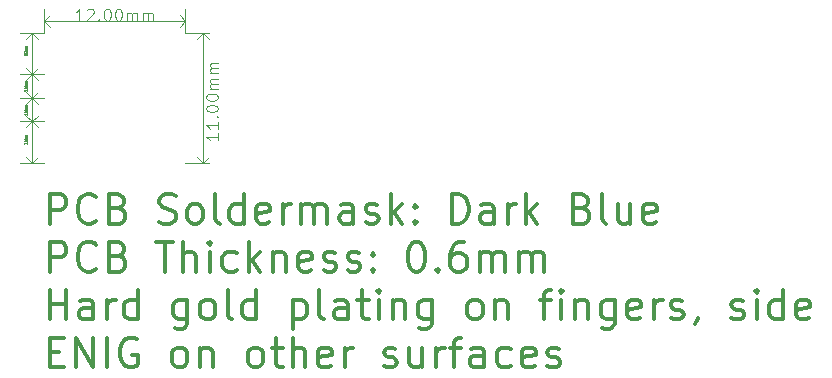
<source format=gbr>
G04 #@! TF.GenerationSoftware,KiCad,Pcbnew,(5.0.1)-3*
G04 #@! TF.CreationDate,2018-12-22T23:36:10+08:00*
G04 #@! TF.ProjectId,tomu-fpga,746F6D752D667067612E6B696361645F,rev?*
G04 #@! TF.SameCoordinates,Original*
G04 #@! TF.FileFunction,Other,Comment*
%FSLAX45Y45*%
G04 Gerber Fmt 4.5, Leading zero omitted, Abs format (unit mm)*
G04 Created by KiCad (PCBNEW (5.0.1)-3) date 12/22/18 23:36:10*
%MOMM*%
%LPD*%
G01*
G04 APERTURE LIST*
%ADD10C,0.300000*%
%ADD11C,0.050000*%
%ADD12C,0.035000*%
%ADD13C,0.037500*%
G04 APERTURE END LIST*
D10*
X1734024Y-3250595D02*
X1734024Y-3000595D01*
X1829262Y-3000595D01*
X1853071Y-3012500D01*
X1864976Y-3024405D01*
X1876881Y-3048214D01*
X1876881Y-3083928D01*
X1864976Y-3107738D01*
X1853071Y-3119643D01*
X1829262Y-3131548D01*
X1734024Y-3131548D01*
X2126881Y-3226786D02*
X2114976Y-3238690D01*
X2079262Y-3250595D01*
X2055452Y-3250595D01*
X2019738Y-3238690D01*
X1995928Y-3214881D01*
X1984024Y-3191071D01*
X1972119Y-3143452D01*
X1972119Y-3107738D01*
X1984024Y-3060119D01*
X1995928Y-3036309D01*
X2019738Y-3012500D01*
X2055452Y-3000595D01*
X2079262Y-3000595D01*
X2114976Y-3012500D01*
X2126881Y-3024405D01*
X2317357Y-3119643D02*
X2353071Y-3131548D01*
X2364976Y-3143452D01*
X2376881Y-3167262D01*
X2376881Y-3202976D01*
X2364976Y-3226786D01*
X2353071Y-3238690D01*
X2329262Y-3250595D01*
X2234024Y-3250595D01*
X2234024Y-3000595D01*
X2317357Y-3000595D01*
X2341167Y-3012500D01*
X2353071Y-3024405D01*
X2364976Y-3048214D01*
X2364976Y-3072024D01*
X2353071Y-3095833D01*
X2341167Y-3107738D01*
X2317357Y-3119643D01*
X2234024Y-3119643D01*
X2662595Y-3238690D02*
X2698310Y-3250595D01*
X2757833Y-3250595D01*
X2781643Y-3238690D01*
X2793548Y-3226786D01*
X2805452Y-3202976D01*
X2805452Y-3179167D01*
X2793548Y-3155357D01*
X2781643Y-3143452D01*
X2757833Y-3131548D01*
X2710214Y-3119643D01*
X2686405Y-3107738D01*
X2674500Y-3095833D01*
X2662595Y-3072024D01*
X2662595Y-3048214D01*
X2674500Y-3024405D01*
X2686405Y-3012500D01*
X2710214Y-3000595D01*
X2769738Y-3000595D01*
X2805452Y-3012500D01*
X2948309Y-3250595D02*
X2924500Y-3238690D01*
X2912595Y-3226786D01*
X2900690Y-3202976D01*
X2900690Y-3131548D01*
X2912595Y-3107738D01*
X2924500Y-3095833D01*
X2948309Y-3083928D01*
X2984024Y-3083928D01*
X3007833Y-3095833D01*
X3019738Y-3107738D01*
X3031643Y-3131548D01*
X3031643Y-3202976D01*
X3019738Y-3226786D01*
X3007833Y-3238690D01*
X2984024Y-3250595D01*
X2948309Y-3250595D01*
X3174500Y-3250595D02*
X3150690Y-3238690D01*
X3138786Y-3214881D01*
X3138786Y-3000595D01*
X3376881Y-3250595D02*
X3376881Y-3000595D01*
X3376881Y-3238690D02*
X3353071Y-3250595D01*
X3305452Y-3250595D01*
X3281643Y-3238690D01*
X3269738Y-3226786D01*
X3257833Y-3202976D01*
X3257833Y-3131548D01*
X3269738Y-3107738D01*
X3281643Y-3095833D01*
X3305452Y-3083928D01*
X3353071Y-3083928D01*
X3376881Y-3095833D01*
X3591167Y-3238690D02*
X3567357Y-3250595D01*
X3519738Y-3250595D01*
X3495928Y-3238690D01*
X3484024Y-3214881D01*
X3484024Y-3119643D01*
X3495928Y-3095833D01*
X3519738Y-3083928D01*
X3567357Y-3083928D01*
X3591167Y-3095833D01*
X3603071Y-3119643D01*
X3603071Y-3143452D01*
X3484024Y-3167262D01*
X3710214Y-3250595D02*
X3710214Y-3083928D01*
X3710214Y-3131548D02*
X3722119Y-3107738D01*
X3734024Y-3095833D01*
X3757833Y-3083928D01*
X3781643Y-3083928D01*
X3864976Y-3250595D02*
X3864976Y-3083928D01*
X3864976Y-3107738D02*
X3876881Y-3095833D01*
X3900690Y-3083928D01*
X3936405Y-3083928D01*
X3960214Y-3095833D01*
X3972119Y-3119643D01*
X3972119Y-3250595D01*
X3972119Y-3119643D02*
X3984024Y-3095833D01*
X4007833Y-3083928D01*
X4043548Y-3083928D01*
X4067357Y-3095833D01*
X4079262Y-3119643D01*
X4079262Y-3250595D01*
X4305452Y-3250595D02*
X4305452Y-3119643D01*
X4293548Y-3095833D01*
X4269738Y-3083928D01*
X4222119Y-3083928D01*
X4198310Y-3095833D01*
X4305452Y-3238690D02*
X4281643Y-3250595D01*
X4222119Y-3250595D01*
X4198310Y-3238690D01*
X4186405Y-3214881D01*
X4186405Y-3191071D01*
X4198310Y-3167262D01*
X4222119Y-3155357D01*
X4281643Y-3155357D01*
X4305452Y-3143452D01*
X4412595Y-3238690D02*
X4436405Y-3250595D01*
X4484024Y-3250595D01*
X4507833Y-3238690D01*
X4519738Y-3214881D01*
X4519738Y-3202976D01*
X4507833Y-3179167D01*
X4484024Y-3167262D01*
X4448310Y-3167262D01*
X4424500Y-3155357D01*
X4412595Y-3131548D01*
X4412595Y-3119643D01*
X4424500Y-3095833D01*
X4448310Y-3083928D01*
X4484024Y-3083928D01*
X4507833Y-3095833D01*
X4626881Y-3250595D02*
X4626881Y-3000595D01*
X4650690Y-3155357D02*
X4722119Y-3250595D01*
X4722119Y-3083928D02*
X4626881Y-3179167D01*
X4829262Y-3226786D02*
X4841167Y-3238690D01*
X4829262Y-3250595D01*
X4817357Y-3238690D01*
X4829262Y-3226786D01*
X4829262Y-3250595D01*
X4829262Y-3095833D02*
X4841167Y-3107738D01*
X4829262Y-3119643D01*
X4817357Y-3107738D01*
X4829262Y-3095833D01*
X4829262Y-3119643D01*
X5138786Y-3250595D02*
X5138786Y-3000595D01*
X5198310Y-3000595D01*
X5234024Y-3012500D01*
X5257833Y-3036309D01*
X5269738Y-3060119D01*
X5281643Y-3107738D01*
X5281643Y-3143452D01*
X5269738Y-3191071D01*
X5257833Y-3214881D01*
X5234024Y-3238690D01*
X5198310Y-3250595D01*
X5138786Y-3250595D01*
X5495929Y-3250595D02*
X5495929Y-3119643D01*
X5484024Y-3095833D01*
X5460214Y-3083928D01*
X5412595Y-3083928D01*
X5388786Y-3095833D01*
X5495929Y-3238690D02*
X5472119Y-3250595D01*
X5412595Y-3250595D01*
X5388786Y-3238690D01*
X5376881Y-3214881D01*
X5376881Y-3191071D01*
X5388786Y-3167262D01*
X5412595Y-3155357D01*
X5472119Y-3155357D01*
X5495929Y-3143452D01*
X5614976Y-3250595D02*
X5614976Y-3083928D01*
X5614976Y-3131548D02*
X5626881Y-3107738D01*
X5638786Y-3095833D01*
X5662595Y-3083928D01*
X5686405Y-3083928D01*
X5769738Y-3250595D02*
X5769738Y-3000595D01*
X5793548Y-3155357D02*
X5864976Y-3250595D01*
X5864976Y-3083928D02*
X5769738Y-3179167D01*
X6245928Y-3119643D02*
X6281643Y-3131548D01*
X6293548Y-3143452D01*
X6305452Y-3167262D01*
X6305452Y-3202976D01*
X6293548Y-3226786D01*
X6281643Y-3238690D01*
X6257833Y-3250595D01*
X6162595Y-3250595D01*
X6162595Y-3000595D01*
X6245928Y-3000595D01*
X6269738Y-3012500D01*
X6281643Y-3024405D01*
X6293548Y-3048214D01*
X6293548Y-3072024D01*
X6281643Y-3095833D01*
X6269738Y-3107738D01*
X6245928Y-3119643D01*
X6162595Y-3119643D01*
X6448309Y-3250595D02*
X6424500Y-3238690D01*
X6412595Y-3214881D01*
X6412595Y-3000595D01*
X6650690Y-3083928D02*
X6650690Y-3250595D01*
X6543548Y-3083928D02*
X6543548Y-3214881D01*
X6555452Y-3238690D01*
X6579262Y-3250595D01*
X6614976Y-3250595D01*
X6638786Y-3238690D01*
X6650690Y-3226786D01*
X6864976Y-3238690D02*
X6841167Y-3250595D01*
X6793548Y-3250595D01*
X6769738Y-3238690D01*
X6757833Y-3214881D01*
X6757833Y-3119643D01*
X6769738Y-3095833D01*
X6793548Y-3083928D01*
X6841167Y-3083928D01*
X6864976Y-3095833D01*
X6876881Y-3119643D01*
X6876881Y-3143452D01*
X6757833Y-3167262D01*
X1734024Y-3655595D02*
X1734024Y-3405595D01*
X1829262Y-3405595D01*
X1853071Y-3417500D01*
X1864976Y-3429405D01*
X1876881Y-3453214D01*
X1876881Y-3488928D01*
X1864976Y-3512738D01*
X1853071Y-3524643D01*
X1829262Y-3536548D01*
X1734024Y-3536548D01*
X2126881Y-3631786D02*
X2114976Y-3643690D01*
X2079262Y-3655595D01*
X2055452Y-3655595D01*
X2019738Y-3643690D01*
X1995928Y-3619881D01*
X1984024Y-3596071D01*
X1972119Y-3548452D01*
X1972119Y-3512738D01*
X1984024Y-3465119D01*
X1995928Y-3441309D01*
X2019738Y-3417500D01*
X2055452Y-3405595D01*
X2079262Y-3405595D01*
X2114976Y-3417500D01*
X2126881Y-3429405D01*
X2317357Y-3524643D02*
X2353071Y-3536548D01*
X2364976Y-3548452D01*
X2376881Y-3572262D01*
X2376881Y-3607976D01*
X2364976Y-3631786D01*
X2353071Y-3643690D01*
X2329262Y-3655595D01*
X2234024Y-3655595D01*
X2234024Y-3405595D01*
X2317357Y-3405595D01*
X2341167Y-3417500D01*
X2353071Y-3429405D01*
X2364976Y-3453214D01*
X2364976Y-3477024D01*
X2353071Y-3500833D01*
X2341167Y-3512738D01*
X2317357Y-3524643D01*
X2234024Y-3524643D01*
X2638786Y-3405595D02*
X2781643Y-3405595D01*
X2710214Y-3655595D02*
X2710214Y-3405595D01*
X2864976Y-3655595D02*
X2864976Y-3405595D01*
X2972119Y-3655595D02*
X2972119Y-3524643D01*
X2960214Y-3500833D01*
X2936405Y-3488928D01*
X2900690Y-3488928D01*
X2876881Y-3500833D01*
X2864976Y-3512738D01*
X3091167Y-3655595D02*
X3091167Y-3488928D01*
X3091167Y-3405595D02*
X3079262Y-3417500D01*
X3091167Y-3429405D01*
X3103071Y-3417500D01*
X3091167Y-3405595D01*
X3091167Y-3429405D01*
X3317357Y-3643690D02*
X3293548Y-3655595D01*
X3245928Y-3655595D01*
X3222119Y-3643690D01*
X3210214Y-3631786D01*
X3198309Y-3607976D01*
X3198309Y-3536548D01*
X3210214Y-3512738D01*
X3222119Y-3500833D01*
X3245928Y-3488928D01*
X3293548Y-3488928D01*
X3317357Y-3500833D01*
X3424500Y-3655595D02*
X3424500Y-3405595D01*
X3448309Y-3560357D02*
X3519738Y-3655595D01*
X3519738Y-3488928D02*
X3424500Y-3584167D01*
X3626881Y-3488928D02*
X3626881Y-3655595D01*
X3626881Y-3512738D02*
X3638786Y-3500833D01*
X3662595Y-3488928D01*
X3698309Y-3488928D01*
X3722119Y-3500833D01*
X3734024Y-3524643D01*
X3734024Y-3655595D01*
X3948309Y-3643690D02*
X3924500Y-3655595D01*
X3876881Y-3655595D01*
X3853071Y-3643690D01*
X3841167Y-3619881D01*
X3841167Y-3524643D01*
X3853071Y-3500833D01*
X3876881Y-3488928D01*
X3924500Y-3488928D01*
X3948309Y-3500833D01*
X3960214Y-3524643D01*
X3960214Y-3548452D01*
X3841167Y-3572262D01*
X4055452Y-3643690D02*
X4079262Y-3655595D01*
X4126881Y-3655595D01*
X4150690Y-3643690D01*
X4162595Y-3619881D01*
X4162595Y-3607976D01*
X4150690Y-3584167D01*
X4126881Y-3572262D01*
X4091167Y-3572262D01*
X4067357Y-3560357D01*
X4055452Y-3536548D01*
X4055452Y-3524643D01*
X4067357Y-3500833D01*
X4091167Y-3488928D01*
X4126881Y-3488928D01*
X4150690Y-3500833D01*
X4257833Y-3643690D02*
X4281643Y-3655595D01*
X4329262Y-3655595D01*
X4353071Y-3643690D01*
X4364976Y-3619881D01*
X4364976Y-3607976D01*
X4353071Y-3584167D01*
X4329262Y-3572262D01*
X4293548Y-3572262D01*
X4269738Y-3560357D01*
X4257833Y-3536548D01*
X4257833Y-3524643D01*
X4269738Y-3500833D01*
X4293548Y-3488928D01*
X4329262Y-3488928D01*
X4353071Y-3500833D01*
X4472119Y-3631786D02*
X4484024Y-3643690D01*
X4472119Y-3655595D01*
X4460214Y-3643690D01*
X4472119Y-3631786D01*
X4472119Y-3655595D01*
X4472119Y-3500833D02*
X4484024Y-3512738D01*
X4472119Y-3524643D01*
X4460214Y-3512738D01*
X4472119Y-3500833D01*
X4472119Y-3524643D01*
X4829262Y-3405595D02*
X4853071Y-3405595D01*
X4876881Y-3417500D01*
X4888786Y-3429405D01*
X4900690Y-3453214D01*
X4912595Y-3500833D01*
X4912595Y-3560357D01*
X4900690Y-3607976D01*
X4888786Y-3631786D01*
X4876881Y-3643690D01*
X4853071Y-3655595D01*
X4829262Y-3655595D01*
X4805452Y-3643690D01*
X4793548Y-3631786D01*
X4781643Y-3607976D01*
X4769738Y-3560357D01*
X4769738Y-3500833D01*
X4781643Y-3453214D01*
X4793548Y-3429405D01*
X4805452Y-3417500D01*
X4829262Y-3405595D01*
X5019738Y-3631786D02*
X5031643Y-3643690D01*
X5019738Y-3655595D01*
X5007833Y-3643690D01*
X5019738Y-3631786D01*
X5019738Y-3655595D01*
X5245929Y-3405595D02*
X5198310Y-3405595D01*
X5174500Y-3417500D01*
X5162595Y-3429405D01*
X5138786Y-3465119D01*
X5126881Y-3512738D01*
X5126881Y-3607976D01*
X5138786Y-3631786D01*
X5150690Y-3643690D01*
X5174500Y-3655595D01*
X5222119Y-3655595D01*
X5245929Y-3643690D01*
X5257833Y-3631786D01*
X5269738Y-3607976D01*
X5269738Y-3548452D01*
X5257833Y-3524643D01*
X5245929Y-3512738D01*
X5222119Y-3500833D01*
X5174500Y-3500833D01*
X5150690Y-3512738D01*
X5138786Y-3524643D01*
X5126881Y-3548452D01*
X5376881Y-3655595D02*
X5376881Y-3488928D01*
X5376881Y-3512738D02*
X5388786Y-3500833D01*
X5412595Y-3488928D01*
X5448310Y-3488928D01*
X5472119Y-3500833D01*
X5484024Y-3524643D01*
X5484024Y-3655595D01*
X5484024Y-3524643D02*
X5495929Y-3500833D01*
X5519738Y-3488928D01*
X5555452Y-3488928D01*
X5579262Y-3500833D01*
X5591167Y-3524643D01*
X5591167Y-3655595D01*
X5710214Y-3655595D02*
X5710214Y-3488928D01*
X5710214Y-3512738D02*
X5722119Y-3500833D01*
X5745928Y-3488928D01*
X5781643Y-3488928D01*
X5805452Y-3500833D01*
X5817357Y-3524643D01*
X5817357Y-3655595D01*
X5817357Y-3524643D02*
X5829262Y-3500833D01*
X5853071Y-3488928D01*
X5888786Y-3488928D01*
X5912595Y-3500833D01*
X5924500Y-3524643D01*
X5924500Y-3655595D01*
X1734024Y-4060595D02*
X1734024Y-3810595D01*
X1734024Y-3929643D02*
X1876881Y-3929643D01*
X1876881Y-4060595D02*
X1876881Y-3810595D01*
X2103071Y-4060595D02*
X2103071Y-3929643D01*
X2091167Y-3905833D01*
X2067357Y-3893928D01*
X2019738Y-3893928D01*
X1995928Y-3905833D01*
X2103071Y-4048690D02*
X2079262Y-4060595D01*
X2019738Y-4060595D01*
X1995928Y-4048690D01*
X1984024Y-4024881D01*
X1984024Y-4001071D01*
X1995928Y-3977262D01*
X2019738Y-3965357D01*
X2079262Y-3965357D01*
X2103071Y-3953452D01*
X2222119Y-4060595D02*
X2222119Y-3893928D01*
X2222119Y-3941548D02*
X2234024Y-3917738D01*
X2245929Y-3905833D01*
X2269738Y-3893928D01*
X2293548Y-3893928D01*
X2484024Y-4060595D02*
X2484024Y-3810595D01*
X2484024Y-4048690D02*
X2460214Y-4060595D01*
X2412595Y-4060595D01*
X2388786Y-4048690D01*
X2376881Y-4036786D01*
X2364976Y-4012976D01*
X2364976Y-3941548D01*
X2376881Y-3917738D01*
X2388786Y-3905833D01*
X2412595Y-3893928D01*
X2460214Y-3893928D01*
X2484024Y-3905833D01*
X2900690Y-3893928D02*
X2900690Y-4096309D01*
X2888786Y-4120119D01*
X2876881Y-4132024D01*
X2853071Y-4143928D01*
X2817357Y-4143928D01*
X2793548Y-4132024D01*
X2900690Y-4048690D02*
X2876881Y-4060595D01*
X2829262Y-4060595D01*
X2805452Y-4048690D01*
X2793548Y-4036786D01*
X2781643Y-4012976D01*
X2781643Y-3941548D01*
X2793548Y-3917738D01*
X2805452Y-3905833D01*
X2829262Y-3893928D01*
X2876881Y-3893928D01*
X2900690Y-3905833D01*
X3055452Y-4060595D02*
X3031643Y-4048690D01*
X3019738Y-4036786D01*
X3007833Y-4012976D01*
X3007833Y-3941548D01*
X3019738Y-3917738D01*
X3031643Y-3905833D01*
X3055452Y-3893928D01*
X3091167Y-3893928D01*
X3114976Y-3905833D01*
X3126881Y-3917738D01*
X3138786Y-3941548D01*
X3138786Y-4012976D01*
X3126881Y-4036786D01*
X3114976Y-4048690D01*
X3091167Y-4060595D01*
X3055452Y-4060595D01*
X3281643Y-4060595D02*
X3257833Y-4048690D01*
X3245928Y-4024881D01*
X3245928Y-3810595D01*
X3484024Y-4060595D02*
X3484024Y-3810595D01*
X3484024Y-4048690D02*
X3460214Y-4060595D01*
X3412595Y-4060595D01*
X3388786Y-4048690D01*
X3376881Y-4036786D01*
X3364976Y-4012976D01*
X3364976Y-3941548D01*
X3376881Y-3917738D01*
X3388786Y-3905833D01*
X3412595Y-3893928D01*
X3460214Y-3893928D01*
X3484024Y-3905833D01*
X3793548Y-3893928D02*
X3793548Y-4143928D01*
X3793548Y-3905833D02*
X3817357Y-3893928D01*
X3864976Y-3893928D01*
X3888786Y-3905833D01*
X3900690Y-3917738D01*
X3912595Y-3941548D01*
X3912595Y-4012976D01*
X3900690Y-4036786D01*
X3888786Y-4048690D01*
X3864976Y-4060595D01*
X3817357Y-4060595D01*
X3793548Y-4048690D01*
X4055452Y-4060595D02*
X4031643Y-4048690D01*
X4019738Y-4024881D01*
X4019738Y-3810595D01*
X4257833Y-4060595D02*
X4257833Y-3929643D01*
X4245929Y-3905833D01*
X4222119Y-3893928D01*
X4174500Y-3893928D01*
X4150690Y-3905833D01*
X4257833Y-4048690D02*
X4234024Y-4060595D01*
X4174500Y-4060595D01*
X4150690Y-4048690D01*
X4138786Y-4024881D01*
X4138786Y-4001071D01*
X4150690Y-3977262D01*
X4174500Y-3965357D01*
X4234024Y-3965357D01*
X4257833Y-3953452D01*
X4341167Y-3893928D02*
X4436405Y-3893928D01*
X4376881Y-3810595D02*
X4376881Y-4024881D01*
X4388786Y-4048690D01*
X4412595Y-4060595D01*
X4436405Y-4060595D01*
X4519738Y-4060595D02*
X4519738Y-3893928D01*
X4519738Y-3810595D02*
X4507833Y-3822500D01*
X4519738Y-3834405D01*
X4531643Y-3822500D01*
X4519738Y-3810595D01*
X4519738Y-3834405D01*
X4638786Y-3893928D02*
X4638786Y-4060595D01*
X4638786Y-3917738D02*
X4650690Y-3905833D01*
X4674500Y-3893928D01*
X4710214Y-3893928D01*
X4734024Y-3905833D01*
X4745929Y-3929643D01*
X4745929Y-4060595D01*
X4972119Y-3893928D02*
X4972119Y-4096309D01*
X4960214Y-4120119D01*
X4948310Y-4132024D01*
X4924500Y-4143928D01*
X4888786Y-4143928D01*
X4864976Y-4132024D01*
X4972119Y-4048690D02*
X4948310Y-4060595D01*
X4900690Y-4060595D01*
X4876881Y-4048690D01*
X4864976Y-4036786D01*
X4853071Y-4012976D01*
X4853071Y-3941548D01*
X4864976Y-3917738D01*
X4876881Y-3905833D01*
X4900690Y-3893928D01*
X4948310Y-3893928D01*
X4972119Y-3905833D01*
X5317357Y-4060595D02*
X5293548Y-4048690D01*
X5281643Y-4036786D01*
X5269738Y-4012976D01*
X5269738Y-3941548D01*
X5281643Y-3917738D01*
X5293548Y-3905833D01*
X5317357Y-3893928D01*
X5353071Y-3893928D01*
X5376881Y-3905833D01*
X5388786Y-3917738D01*
X5400690Y-3941548D01*
X5400690Y-4012976D01*
X5388786Y-4036786D01*
X5376881Y-4048690D01*
X5353071Y-4060595D01*
X5317357Y-4060595D01*
X5507833Y-3893928D02*
X5507833Y-4060595D01*
X5507833Y-3917738D02*
X5519738Y-3905833D01*
X5543548Y-3893928D01*
X5579262Y-3893928D01*
X5603071Y-3905833D01*
X5614976Y-3929643D01*
X5614976Y-4060595D01*
X5888786Y-3893928D02*
X5984024Y-3893928D01*
X5924500Y-4060595D02*
X5924500Y-3846309D01*
X5936405Y-3822500D01*
X5960214Y-3810595D01*
X5984024Y-3810595D01*
X6067357Y-4060595D02*
X6067357Y-3893928D01*
X6067357Y-3810595D02*
X6055452Y-3822500D01*
X6067357Y-3834405D01*
X6079262Y-3822500D01*
X6067357Y-3810595D01*
X6067357Y-3834405D01*
X6186405Y-3893928D02*
X6186405Y-4060595D01*
X6186405Y-3917738D02*
X6198309Y-3905833D01*
X6222119Y-3893928D01*
X6257833Y-3893928D01*
X6281643Y-3905833D01*
X6293548Y-3929643D01*
X6293548Y-4060595D01*
X6519738Y-3893928D02*
X6519738Y-4096309D01*
X6507833Y-4120119D01*
X6495928Y-4132024D01*
X6472119Y-4143928D01*
X6436405Y-4143928D01*
X6412595Y-4132024D01*
X6519738Y-4048690D02*
X6495928Y-4060595D01*
X6448309Y-4060595D01*
X6424500Y-4048690D01*
X6412595Y-4036786D01*
X6400690Y-4012976D01*
X6400690Y-3941548D01*
X6412595Y-3917738D01*
X6424500Y-3905833D01*
X6448309Y-3893928D01*
X6495928Y-3893928D01*
X6519738Y-3905833D01*
X6734024Y-4048690D02*
X6710214Y-4060595D01*
X6662595Y-4060595D01*
X6638786Y-4048690D01*
X6626881Y-4024881D01*
X6626881Y-3929643D01*
X6638786Y-3905833D01*
X6662595Y-3893928D01*
X6710214Y-3893928D01*
X6734024Y-3905833D01*
X6745928Y-3929643D01*
X6745928Y-3953452D01*
X6626881Y-3977262D01*
X6853071Y-4060595D02*
X6853071Y-3893928D01*
X6853071Y-3941548D02*
X6864976Y-3917738D01*
X6876881Y-3905833D01*
X6900690Y-3893928D01*
X6924500Y-3893928D01*
X6995928Y-4048690D02*
X7019738Y-4060595D01*
X7067357Y-4060595D01*
X7091167Y-4048690D01*
X7103071Y-4024881D01*
X7103071Y-4012976D01*
X7091167Y-3989167D01*
X7067357Y-3977262D01*
X7031643Y-3977262D01*
X7007833Y-3965357D01*
X6995928Y-3941548D01*
X6995928Y-3929643D01*
X7007833Y-3905833D01*
X7031643Y-3893928D01*
X7067357Y-3893928D01*
X7091167Y-3905833D01*
X7222119Y-4048690D02*
X7222119Y-4060595D01*
X7210214Y-4084405D01*
X7198309Y-4096309D01*
X7507833Y-4048690D02*
X7531643Y-4060595D01*
X7579262Y-4060595D01*
X7603071Y-4048690D01*
X7614976Y-4024881D01*
X7614976Y-4012976D01*
X7603071Y-3989167D01*
X7579262Y-3977262D01*
X7543548Y-3977262D01*
X7519738Y-3965357D01*
X7507833Y-3941548D01*
X7507833Y-3929643D01*
X7519738Y-3905833D01*
X7543548Y-3893928D01*
X7579262Y-3893928D01*
X7603071Y-3905833D01*
X7722119Y-4060595D02*
X7722119Y-3893928D01*
X7722119Y-3810595D02*
X7710214Y-3822500D01*
X7722119Y-3834405D01*
X7734024Y-3822500D01*
X7722119Y-3810595D01*
X7722119Y-3834405D01*
X7948309Y-4060595D02*
X7948309Y-3810595D01*
X7948309Y-4048690D02*
X7924500Y-4060595D01*
X7876881Y-4060595D01*
X7853071Y-4048690D01*
X7841167Y-4036786D01*
X7829262Y-4012976D01*
X7829262Y-3941548D01*
X7841167Y-3917738D01*
X7853071Y-3905833D01*
X7876881Y-3893928D01*
X7924500Y-3893928D01*
X7948309Y-3905833D01*
X8162595Y-4048690D02*
X8138786Y-4060595D01*
X8091167Y-4060595D01*
X8067357Y-4048690D01*
X8055452Y-4024881D01*
X8055452Y-3929643D01*
X8067357Y-3905833D01*
X8091167Y-3893928D01*
X8138786Y-3893928D01*
X8162595Y-3905833D01*
X8174500Y-3929643D01*
X8174500Y-3953452D01*
X8055452Y-3977262D01*
X1734024Y-4334643D02*
X1817357Y-4334643D01*
X1853071Y-4465595D02*
X1734024Y-4465595D01*
X1734024Y-4215595D01*
X1853071Y-4215595D01*
X1960214Y-4465595D02*
X1960214Y-4215595D01*
X2103071Y-4465595D01*
X2103071Y-4215595D01*
X2222119Y-4465595D02*
X2222119Y-4215595D01*
X2472119Y-4227500D02*
X2448310Y-4215595D01*
X2412595Y-4215595D01*
X2376881Y-4227500D01*
X2353071Y-4251310D01*
X2341167Y-4275119D01*
X2329262Y-4322738D01*
X2329262Y-4358452D01*
X2341167Y-4406071D01*
X2353071Y-4429881D01*
X2376881Y-4453690D01*
X2412595Y-4465595D01*
X2436405Y-4465595D01*
X2472119Y-4453690D01*
X2484024Y-4441786D01*
X2484024Y-4358452D01*
X2436405Y-4358452D01*
X2817357Y-4465595D02*
X2793548Y-4453690D01*
X2781643Y-4441786D01*
X2769738Y-4417976D01*
X2769738Y-4346548D01*
X2781643Y-4322738D01*
X2793548Y-4310833D01*
X2817357Y-4298929D01*
X2853071Y-4298929D01*
X2876881Y-4310833D01*
X2888786Y-4322738D01*
X2900690Y-4346548D01*
X2900690Y-4417976D01*
X2888786Y-4441786D01*
X2876881Y-4453690D01*
X2853071Y-4465595D01*
X2817357Y-4465595D01*
X3007833Y-4298929D02*
X3007833Y-4465595D01*
X3007833Y-4322738D02*
X3019738Y-4310833D01*
X3043548Y-4298929D01*
X3079262Y-4298929D01*
X3103071Y-4310833D01*
X3114976Y-4334643D01*
X3114976Y-4465595D01*
X3460214Y-4465595D02*
X3436405Y-4453690D01*
X3424500Y-4441786D01*
X3412595Y-4417976D01*
X3412595Y-4346548D01*
X3424500Y-4322738D01*
X3436405Y-4310833D01*
X3460214Y-4298929D01*
X3495928Y-4298929D01*
X3519738Y-4310833D01*
X3531643Y-4322738D01*
X3543548Y-4346548D01*
X3543548Y-4417976D01*
X3531643Y-4441786D01*
X3519738Y-4453690D01*
X3495928Y-4465595D01*
X3460214Y-4465595D01*
X3614976Y-4298929D02*
X3710214Y-4298929D01*
X3650690Y-4215595D02*
X3650690Y-4429881D01*
X3662595Y-4453690D01*
X3686405Y-4465595D01*
X3710214Y-4465595D01*
X3793548Y-4465595D02*
X3793548Y-4215595D01*
X3900690Y-4465595D02*
X3900690Y-4334643D01*
X3888786Y-4310833D01*
X3864976Y-4298929D01*
X3829262Y-4298929D01*
X3805452Y-4310833D01*
X3793548Y-4322738D01*
X4114976Y-4453690D02*
X4091167Y-4465595D01*
X4043548Y-4465595D01*
X4019738Y-4453690D01*
X4007833Y-4429881D01*
X4007833Y-4334643D01*
X4019738Y-4310833D01*
X4043548Y-4298929D01*
X4091167Y-4298929D01*
X4114976Y-4310833D01*
X4126881Y-4334643D01*
X4126881Y-4358452D01*
X4007833Y-4382262D01*
X4234024Y-4465595D02*
X4234024Y-4298929D01*
X4234024Y-4346548D02*
X4245929Y-4322738D01*
X4257833Y-4310833D01*
X4281643Y-4298929D01*
X4305452Y-4298929D01*
X4567357Y-4453690D02*
X4591167Y-4465595D01*
X4638786Y-4465595D01*
X4662595Y-4453690D01*
X4674500Y-4429881D01*
X4674500Y-4417976D01*
X4662595Y-4394167D01*
X4638786Y-4382262D01*
X4603071Y-4382262D01*
X4579262Y-4370357D01*
X4567357Y-4346548D01*
X4567357Y-4334643D01*
X4579262Y-4310833D01*
X4603071Y-4298929D01*
X4638786Y-4298929D01*
X4662595Y-4310833D01*
X4888786Y-4298929D02*
X4888786Y-4465595D01*
X4781643Y-4298929D02*
X4781643Y-4429881D01*
X4793548Y-4453690D01*
X4817357Y-4465595D01*
X4853071Y-4465595D01*
X4876881Y-4453690D01*
X4888786Y-4441786D01*
X5007833Y-4465595D02*
X5007833Y-4298929D01*
X5007833Y-4346548D02*
X5019738Y-4322738D01*
X5031643Y-4310833D01*
X5055452Y-4298929D01*
X5079262Y-4298929D01*
X5126881Y-4298929D02*
X5222119Y-4298929D01*
X5162595Y-4465595D02*
X5162595Y-4251310D01*
X5174500Y-4227500D01*
X5198310Y-4215595D01*
X5222119Y-4215595D01*
X5412595Y-4465595D02*
X5412595Y-4334643D01*
X5400690Y-4310833D01*
X5376881Y-4298929D01*
X5329262Y-4298929D01*
X5305452Y-4310833D01*
X5412595Y-4453690D02*
X5388786Y-4465595D01*
X5329262Y-4465595D01*
X5305452Y-4453690D01*
X5293548Y-4429881D01*
X5293548Y-4406071D01*
X5305452Y-4382262D01*
X5329262Y-4370357D01*
X5388786Y-4370357D01*
X5412595Y-4358452D01*
X5638786Y-4453690D02*
X5614976Y-4465595D01*
X5567357Y-4465595D01*
X5543548Y-4453690D01*
X5531643Y-4441786D01*
X5519738Y-4417976D01*
X5519738Y-4346548D01*
X5531643Y-4322738D01*
X5543548Y-4310833D01*
X5567357Y-4298929D01*
X5614976Y-4298929D01*
X5638786Y-4310833D01*
X5841167Y-4453690D02*
X5817357Y-4465595D01*
X5769738Y-4465595D01*
X5745928Y-4453690D01*
X5734024Y-4429881D01*
X5734024Y-4334643D01*
X5745928Y-4310833D01*
X5769738Y-4298929D01*
X5817357Y-4298929D01*
X5841167Y-4310833D01*
X5853071Y-4334643D01*
X5853071Y-4358452D01*
X5734024Y-4382262D01*
X5948309Y-4453690D02*
X5972119Y-4465595D01*
X6019738Y-4465595D01*
X6043548Y-4453690D01*
X6055452Y-4429881D01*
X6055452Y-4417976D01*
X6043548Y-4394167D01*
X6019738Y-4382262D01*
X5984024Y-4382262D01*
X5960214Y-4370357D01*
X5948309Y-4346548D01*
X5948309Y-4334643D01*
X5960214Y-4310833D01*
X5984024Y-4298929D01*
X6019738Y-4298929D01*
X6043548Y-4310833D01*
D11*
G04 #@! TO.C,U9*
X1585000Y-2185000D02*
X1635000Y-2135000D01*
X1585000Y-2185000D02*
X1535000Y-2135000D01*
X1585000Y-1985000D02*
X1585000Y-2185000D01*
X1535000Y-2035000D02*
X1585000Y-1985000D01*
X1585000Y-1985000D02*
X1635000Y-2035000D01*
X1585000Y-1985000D02*
X1535000Y-2035000D01*
X1635000Y-2035000D02*
X1585000Y-1985000D01*
X1585000Y-2385000D02*
X1635000Y-2335000D01*
X1585000Y-2385000D02*
X1535000Y-2335000D01*
X1585000Y-2185000D02*
X1585000Y-2385000D01*
X1685000Y-2185000D02*
X1485000Y-2185000D01*
X1585000Y-2185000D02*
X1635000Y-2235000D01*
X1535000Y-2235000D02*
X1585000Y-2185000D01*
X1585000Y-2185000D02*
X1535000Y-2235000D01*
X1635000Y-2235000D02*
X1585000Y-2185000D01*
X1685000Y-2735000D02*
X1485000Y-2735000D01*
X1685000Y-2385000D02*
X1485000Y-2385000D01*
X1635000Y-2435000D02*
X1585000Y-2385000D01*
X1585000Y-2385000D02*
X1635000Y-2435000D01*
X1535000Y-2435000D02*
X1585000Y-2385000D01*
X1585000Y-2385000D02*
X1535000Y-2435000D01*
X1585000Y-2735000D02*
X1535000Y-2685000D01*
X1585000Y-2385000D02*
X1585000Y-2735000D01*
X1585000Y-2735000D02*
X1635000Y-2685000D01*
X1685000Y-1985000D02*
X1485000Y-1985000D01*
X1685000Y-1635000D02*
X1485000Y-1635000D01*
X1585000Y-1985000D02*
X1535000Y-1935000D01*
X1585000Y-1635000D02*
X1535000Y-1685000D01*
X1635000Y-1685000D02*
X1585000Y-1635000D01*
X1535000Y-1685000D02*
X1585000Y-1635000D01*
X1585000Y-1635000D02*
X1635000Y-1685000D01*
X1585000Y-1635000D02*
X1585000Y-1985000D01*
X1585000Y-1985000D02*
X1635000Y-1935000D01*
X3085000Y-2685000D02*
X3035000Y-2735000D01*
X3035000Y-2735000D02*
X2985000Y-2685000D01*
X2985000Y-2685000D02*
X3035000Y-2735000D01*
X3035000Y-2735000D02*
X3085000Y-2685000D01*
X2885000Y-2735000D02*
X3085000Y-2735000D01*
X3035000Y-1635000D02*
X3085000Y-1685000D01*
X3035000Y-1635000D02*
X2985000Y-1685000D01*
X2885000Y-1635000D02*
X3085000Y-1635000D01*
X3035000Y-2735000D02*
X3035000Y-1635000D01*
X2885000Y-1635000D02*
X2885000Y-1435000D01*
X2885000Y-1535000D02*
X2835000Y-1485000D01*
X2835000Y-1485000D02*
X2885000Y-1535000D01*
X2885000Y-1535000D02*
X2835000Y-1585000D01*
X2835000Y-1585000D02*
X2885000Y-1535000D01*
X2885000Y-1535000D02*
X1685000Y-1535000D01*
X1685000Y-1535000D02*
X1735000Y-1485000D01*
X1685000Y-1535000D02*
X1735000Y-1585000D01*
X1685000Y-1635000D02*
X1685000Y-1435000D01*
G04 #@! TD*
G04 #@! TO.C,U9*
D12*
X1521309Y-1825000D02*
X1521309Y-1816333D01*
X1530833Y-1821000D01*
X1530833Y-1819000D01*
X1532024Y-1817667D01*
X1533214Y-1817000D01*
X1535595Y-1816333D01*
X1541548Y-1816333D01*
X1543928Y-1817000D01*
X1545119Y-1817667D01*
X1546309Y-1819000D01*
X1546309Y-1823000D01*
X1545119Y-1824333D01*
X1543928Y-1825000D01*
X1543928Y-1810333D02*
X1545119Y-1809667D01*
X1546309Y-1810333D01*
X1545119Y-1811000D01*
X1543928Y-1810333D01*
X1546309Y-1810333D01*
X1521309Y-1797000D02*
X1521309Y-1803667D01*
X1533214Y-1804333D01*
X1532024Y-1803667D01*
X1530833Y-1802333D01*
X1530833Y-1799000D01*
X1532024Y-1797667D01*
X1533214Y-1797000D01*
X1535595Y-1796333D01*
X1541548Y-1796333D01*
X1543928Y-1797000D01*
X1545119Y-1797667D01*
X1546309Y-1799000D01*
X1546309Y-1802333D01*
X1545119Y-1803667D01*
X1543928Y-1804333D01*
X1521309Y-1787667D02*
X1521309Y-1786333D01*
X1522500Y-1785000D01*
X1523690Y-1784333D01*
X1526071Y-1783667D01*
X1530833Y-1783000D01*
X1536786Y-1783000D01*
X1541548Y-1783667D01*
X1543928Y-1784333D01*
X1545119Y-1785000D01*
X1546309Y-1786333D01*
X1546309Y-1787667D01*
X1545119Y-1789000D01*
X1543928Y-1789667D01*
X1541548Y-1790333D01*
X1536786Y-1791000D01*
X1530833Y-1791000D01*
X1526071Y-1790333D01*
X1523690Y-1789667D01*
X1522500Y-1789000D01*
X1521309Y-1787667D01*
X1546309Y-1777000D02*
X1529643Y-1777000D01*
X1532024Y-1777000D02*
X1530833Y-1776333D01*
X1529643Y-1775000D01*
X1529643Y-1773000D01*
X1530833Y-1771667D01*
X1533214Y-1771000D01*
X1546309Y-1771000D01*
X1533214Y-1771000D02*
X1530833Y-1770333D01*
X1529643Y-1769000D01*
X1529643Y-1767000D01*
X1530833Y-1765667D01*
X1533214Y-1765000D01*
X1546309Y-1765000D01*
X1546309Y-1758333D02*
X1529643Y-1758333D01*
X1532024Y-1758333D02*
X1530833Y-1757667D01*
X1529643Y-1756333D01*
X1529643Y-1754333D01*
X1530833Y-1753000D01*
X1533214Y-1752333D01*
X1546309Y-1752333D01*
X1533214Y-1752333D02*
X1530833Y-1751667D01*
X1529643Y-1750333D01*
X1529643Y-1748333D01*
X1530833Y-1747000D01*
X1533214Y-1746333D01*
X1546309Y-1746333D01*
D13*
X1523690Y-2127143D02*
X1522500Y-2126429D01*
X1521309Y-2125000D01*
X1521309Y-2121429D01*
X1522500Y-2120000D01*
X1523690Y-2119286D01*
X1526071Y-2118571D01*
X1528452Y-2118571D01*
X1532024Y-2119286D01*
X1546309Y-2127857D01*
X1546309Y-2118571D01*
X1543928Y-2112143D02*
X1545119Y-2111429D01*
X1546309Y-2112143D01*
X1545119Y-2112857D01*
X1543928Y-2112143D01*
X1546309Y-2112143D01*
X1521309Y-2102143D02*
X1521309Y-2100714D01*
X1522500Y-2099286D01*
X1523690Y-2098571D01*
X1526071Y-2097857D01*
X1530833Y-2097143D01*
X1536786Y-2097143D01*
X1541548Y-2097857D01*
X1543928Y-2098571D01*
X1545119Y-2099286D01*
X1546309Y-2100714D01*
X1546309Y-2102143D01*
X1545119Y-2103571D01*
X1543928Y-2104286D01*
X1541548Y-2105000D01*
X1536786Y-2105714D01*
X1530833Y-2105714D01*
X1526071Y-2105000D01*
X1523690Y-2104286D01*
X1522500Y-2103571D01*
X1521309Y-2102143D01*
X1521309Y-2087857D02*
X1521309Y-2086428D01*
X1522500Y-2085000D01*
X1523690Y-2084286D01*
X1526071Y-2083571D01*
X1530833Y-2082857D01*
X1536786Y-2082857D01*
X1541548Y-2083571D01*
X1543928Y-2084286D01*
X1545119Y-2085000D01*
X1546309Y-2086428D01*
X1546309Y-2087857D01*
X1545119Y-2089286D01*
X1543928Y-2090000D01*
X1541548Y-2090714D01*
X1536786Y-2091428D01*
X1530833Y-2091428D01*
X1526071Y-2090714D01*
X1523690Y-2090000D01*
X1522500Y-2089286D01*
X1521309Y-2087857D01*
X1546309Y-2076428D02*
X1529643Y-2076428D01*
X1532024Y-2076428D02*
X1530833Y-2075714D01*
X1529643Y-2074286D01*
X1529643Y-2072143D01*
X1530833Y-2070714D01*
X1533214Y-2070000D01*
X1546309Y-2070000D01*
X1533214Y-2070000D02*
X1530833Y-2069286D01*
X1529643Y-2067857D01*
X1529643Y-2065714D01*
X1530833Y-2064286D01*
X1533214Y-2063571D01*
X1546309Y-2063571D01*
X1546309Y-2056428D02*
X1529643Y-2056428D01*
X1532024Y-2056428D02*
X1530833Y-2055714D01*
X1529643Y-2054286D01*
X1529643Y-2052143D01*
X1530833Y-2050714D01*
X1533214Y-2050000D01*
X1546309Y-2050000D01*
X1533214Y-2050000D02*
X1530833Y-2049286D01*
X1529643Y-2047857D01*
X1529643Y-2045714D01*
X1530833Y-2044286D01*
X1533214Y-2043571D01*
X1546309Y-2043571D01*
X1523690Y-2327143D02*
X1522500Y-2326429D01*
X1521309Y-2325000D01*
X1521309Y-2321429D01*
X1522500Y-2320000D01*
X1523690Y-2319286D01*
X1526071Y-2318571D01*
X1528452Y-2318571D01*
X1532024Y-2319286D01*
X1546309Y-2327857D01*
X1546309Y-2318571D01*
X1543928Y-2312143D02*
X1545119Y-2311429D01*
X1546309Y-2312143D01*
X1545119Y-2312857D01*
X1543928Y-2312143D01*
X1546309Y-2312143D01*
X1521309Y-2302143D02*
X1521309Y-2300714D01*
X1522500Y-2299286D01*
X1523690Y-2298571D01*
X1526071Y-2297857D01*
X1530833Y-2297143D01*
X1536786Y-2297143D01*
X1541548Y-2297857D01*
X1543928Y-2298571D01*
X1545119Y-2299286D01*
X1546309Y-2300714D01*
X1546309Y-2302143D01*
X1545119Y-2303571D01*
X1543928Y-2304286D01*
X1541548Y-2305000D01*
X1536786Y-2305714D01*
X1530833Y-2305714D01*
X1526071Y-2305000D01*
X1523690Y-2304286D01*
X1522500Y-2303571D01*
X1521309Y-2302143D01*
X1521309Y-2287857D02*
X1521309Y-2286429D01*
X1522500Y-2285000D01*
X1523690Y-2284286D01*
X1526071Y-2283571D01*
X1530833Y-2282857D01*
X1536786Y-2282857D01*
X1541548Y-2283571D01*
X1543928Y-2284286D01*
X1545119Y-2285000D01*
X1546309Y-2286429D01*
X1546309Y-2287857D01*
X1545119Y-2289286D01*
X1543928Y-2290000D01*
X1541548Y-2290714D01*
X1536786Y-2291429D01*
X1530833Y-2291429D01*
X1526071Y-2290714D01*
X1523690Y-2290000D01*
X1522500Y-2289286D01*
X1521309Y-2287857D01*
X1546309Y-2276429D02*
X1529643Y-2276429D01*
X1532024Y-2276429D02*
X1530833Y-2275714D01*
X1529643Y-2274286D01*
X1529643Y-2272143D01*
X1530833Y-2270714D01*
X1533214Y-2270000D01*
X1546309Y-2270000D01*
X1533214Y-2270000D02*
X1530833Y-2269286D01*
X1529643Y-2267857D01*
X1529643Y-2265714D01*
X1530833Y-2264286D01*
X1533214Y-2263571D01*
X1546309Y-2263571D01*
X1546309Y-2256429D02*
X1529643Y-2256429D01*
X1532024Y-2256429D02*
X1530833Y-2255714D01*
X1529643Y-2254286D01*
X1529643Y-2252143D01*
X1530833Y-2250714D01*
X1533214Y-2250000D01*
X1546309Y-2250000D01*
X1533214Y-2250000D02*
X1530833Y-2249286D01*
X1529643Y-2247857D01*
X1529643Y-2245714D01*
X1530833Y-2244286D01*
X1533214Y-2243571D01*
X1546309Y-2243571D01*
D12*
X1521309Y-2575000D02*
X1521309Y-2566333D01*
X1530833Y-2571000D01*
X1530833Y-2569000D01*
X1532024Y-2567667D01*
X1533214Y-2567000D01*
X1535595Y-2566333D01*
X1541548Y-2566333D01*
X1543928Y-2567000D01*
X1545119Y-2567667D01*
X1546309Y-2569000D01*
X1546309Y-2573000D01*
X1545119Y-2574333D01*
X1543928Y-2575000D01*
X1543928Y-2560333D02*
X1545119Y-2559667D01*
X1546309Y-2560333D01*
X1545119Y-2561000D01*
X1543928Y-2560333D01*
X1546309Y-2560333D01*
X1521309Y-2547000D02*
X1521309Y-2553667D01*
X1533214Y-2554333D01*
X1532024Y-2553667D01*
X1530833Y-2552333D01*
X1530833Y-2549000D01*
X1532024Y-2547667D01*
X1533214Y-2547000D01*
X1535595Y-2546333D01*
X1541548Y-2546333D01*
X1543928Y-2547000D01*
X1545119Y-2547667D01*
X1546309Y-2549000D01*
X1546309Y-2552333D01*
X1545119Y-2553667D01*
X1543928Y-2554333D01*
X1521309Y-2537667D02*
X1521309Y-2536333D01*
X1522500Y-2535000D01*
X1523690Y-2534333D01*
X1526071Y-2533667D01*
X1530833Y-2533000D01*
X1536786Y-2533000D01*
X1541548Y-2533667D01*
X1543928Y-2534333D01*
X1545119Y-2535000D01*
X1546309Y-2536333D01*
X1546309Y-2537667D01*
X1545119Y-2539000D01*
X1543928Y-2539667D01*
X1541548Y-2540333D01*
X1536786Y-2541000D01*
X1530833Y-2541000D01*
X1526071Y-2540333D01*
X1523690Y-2539667D01*
X1522500Y-2539000D01*
X1521309Y-2537667D01*
X1546309Y-2527000D02*
X1529643Y-2527000D01*
X1532024Y-2527000D02*
X1530833Y-2526333D01*
X1529643Y-2525000D01*
X1529643Y-2523000D01*
X1530833Y-2521667D01*
X1533214Y-2521000D01*
X1546309Y-2521000D01*
X1533214Y-2521000D02*
X1530833Y-2520333D01*
X1529643Y-2519000D01*
X1529643Y-2517000D01*
X1530833Y-2515667D01*
X1533214Y-2515000D01*
X1546309Y-2515000D01*
X1546309Y-2508333D02*
X1529643Y-2508333D01*
X1532024Y-2508333D02*
X1530833Y-2507667D01*
X1529643Y-2506333D01*
X1529643Y-2504333D01*
X1530833Y-2503000D01*
X1533214Y-2502333D01*
X1546309Y-2502333D01*
X1533214Y-2502333D02*
X1530833Y-2501667D01*
X1529643Y-2500333D01*
X1529643Y-2498333D01*
X1530833Y-2497000D01*
X1533214Y-2496333D01*
X1546309Y-2496333D01*
D11*
X3160238Y-2483929D02*
X3160238Y-2541071D01*
X3160238Y-2512500D02*
X3060238Y-2512500D01*
X3074524Y-2522024D01*
X3084048Y-2531548D01*
X3088809Y-2541071D01*
X3160238Y-2388690D02*
X3160238Y-2445833D01*
X3160238Y-2417262D02*
X3060238Y-2417262D01*
X3074524Y-2426786D01*
X3084048Y-2436310D01*
X3088809Y-2445833D01*
X3150714Y-2345833D02*
X3155476Y-2341071D01*
X3160238Y-2345833D01*
X3155476Y-2350595D01*
X3150714Y-2345833D01*
X3160238Y-2345833D01*
X3060238Y-2279167D02*
X3060238Y-2269643D01*
X3065000Y-2260119D01*
X3069762Y-2255357D01*
X3079286Y-2250595D01*
X3098333Y-2245833D01*
X3122143Y-2245833D01*
X3141190Y-2250595D01*
X3150714Y-2255357D01*
X3155476Y-2260119D01*
X3160238Y-2269643D01*
X3160238Y-2279167D01*
X3155476Y-2288690D01*
X3150714Y-2293452D01*
X3141190Y-2298214D01*
X3122143Y-2302976D01*
X3098333Y-2302976D01*
X3079286Y-2298214D01*
X3069762Y-2293452D01*
X3065000Y-2288690D01*
X3060238Y-2279167D01*
X3060238Y-2183929D02*
X3060238Y-2174405D01*
X3065000Y-2164881D01*
X3069762Y-2160119D01*
X3079286Y-2155357D01*
X3098333Y-2150595D01*
X3122143Y-2150595D01*
X3141190Y-2155357D01*
X3150714Y-2160119D01*
X3155476Y-2164881D01*
X3160238Y-2174405D01*
X3160238Y-2183929D01*
X3155476Y-2193452D01*
X3150714Y-2198214D01*
X3141190Y-2202976D01*
X3122143Y-2207738D01*
X3098333Y-2207738D01*
X3079286Y-2202976D01*
X3069762Y-2198214D01*
X3065000Y-2193452D01*
X3060238Y-2183929D01*
X3160238Y-2107738D02*
X3093571Y-2107738D01*
X3103095Y-2107738D02*
X3098333Y-2102976D01*
X3093571Y-2093452D01*
X3093571Y-2079167D01*
X3098333Y-2069643D01*
X3107857Y-2064881D01*
X3160238Y-2064881D01*
X3107857Y-2064881D02*
X3098333Y-2060119D01*
X3093571Y-2050595D01*
X3093571Y-2036309D01*
X3098333Y-2026786D01*
X3107857Y-2022024D01*
X3160238Y-2022024D01*
X3160238Y-1974405D02*
X3093571Y-1974405D01*
X3103095Y-1974405D02*
X3098333Y-1969643D01*
X3093571Y-1960119D01*
X3093571Y-1945833D01*
X3098333Y-1936309D01*
X3107857Y-1931548D01*
X3160238Y-1931548D01*
X3107857Y-1931548D02*
X3098333Y-1926786D01*
X3093571Y-1917262D01*
X3093571Y-1902976D01*
X3098333Y-1893452D01*
X3107857Y-1888690D01*
X3160238Y-1888690D01*
X2013571Y-1530238D02*
X1956428Y-1530238D01*
X1985000Y-1530238D02*
X1985000Y-1430238D01*
X1975476Y-1444524D01*
X1965952Y-1454048D01*
X1956428Y-1458809D01*
X2051667Y-1439762D02*
X2056428Y-1435000D01*
X2065952Y-1430238D01*
X2089762Y-1430238D01*
X2099286Y-1435000D01*
X2104048Y-1439762D01*
X2108810Y-1449286D01*
X2108810Y-1458809D01*
X2104048Y-1473095D01*
X2046905Y-1530238D01*
X2108810Y-1530238D01*
X2151667Y-1520714D02*
X2156429Y-1525476D01*
X2151667Y-1530238D01*
X2146905Y-1525476D01*
X2151667Y-1520714D01*
X2151667Y-1530238D01*
X2218333Y-1430238D02*
X2227857Y-1430238D01*
X2237381Y-1435000D01*
X2242143Y-1439762D01*
X2246905Y-1449286D01*
X2251667Y-1468333D01*
X2251667Y-1492143D01*
X2246905Y-1511190D01*
X2242143Y-1520714D01*
X2237381Y-1525476D01*
X2227857Y-1530238D01*
X2218333Y-1530238D01*
X2208810Y-1525476D01*
X2204048Y-1520714D01*
X2199286Y-1511190D01*
X2194524Y-1492143D01*
X2194524Y-1468333D01*
X2199286Y-1449286D01*
X2204048Y-1439762D01*
X2208810Y-1435000D01*
X2218333Y-1430238D01*
X2313571Y-1430238D02*
X2323095Y-1430238D01*
X2332619Y-1435000D01*
X2337381Y-1439762D01*
X2342143Y-1449286D01*
X2346905Y-1468333D01*
X2346905Y-1492143D01*
X2342143Y-1511190D01*
X2337381Y-1520714D01*
X2332619Y-1525476D01*
X2323095Y-1530238D01*
X2313571Y-1530238D01*
X2304048Y-1525476D01*
X2299286Y-1520714D01*
X2294524Y-1511190D01*
X2289762Y-1492143D01*
X2289762Y-1468333D01*
X2294524Y-1449286D01*
X2299286Y-1439762D01*
X2304048Y-1435000D01*
X2313571Y-1430238D01*
X2389762Y-1530238D02*
X2389762Y-1463571D01*
X2389762Y-1473095D02*
X2394524Y-1468333D01*
X2404048Y-1463571D01*
X2418333Y-1463571D01*
X2427857Y-1468333D01*
X2432619Y-1477857D01*
X2432619Y-1530238D01*
X2432619Y-1477857D02*
X2437381Y-1468333D01*
X2446905Y-1463571D01*
X2461190Y-1463571D01*
X2470714Y-1468333D01*
X2475476Y-1477857D01*
X2475476Y-1530238D01*
X2523095Y-1530238D02*
X2523095Y-1463571D01*
X2523095Y-1473095D02*
X2527857Y-1468333D01*
X2537381Y-1463571D01*
X2551667Y-1463571D01*
X2561190Y-1468333D01*
X2565952Y-1477857D01*
X2565952Y-1530238D01*
X2565952Y-1477857D02*
X2570714Y-1468333D01*
X2580238Y-1463571D01*
X2594524Y-1463571D01*
X2604048Y-1468333D01*
X2608810Y-1477857D01*
X2608810Y-1530238D01*
G04 #@! TD*
M02*

</source>
